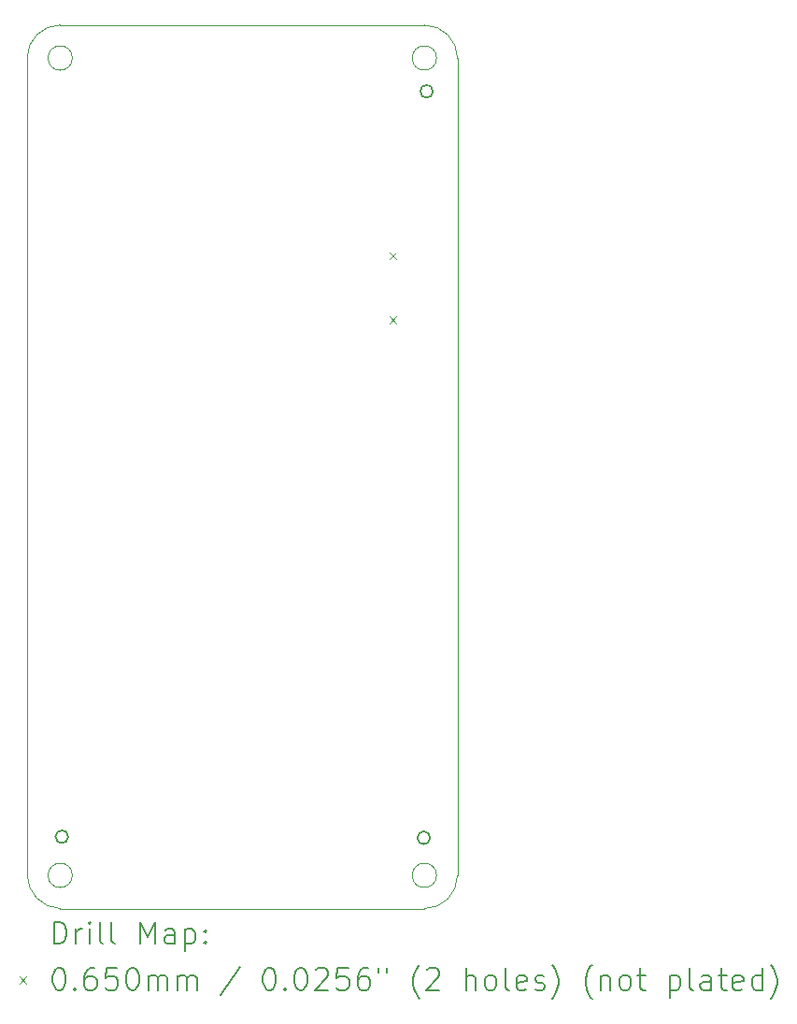
<source format=gbr>
%TF.GenerationSoftware,KiCad,Pcbnew,7.0.2-0*%
%TF.CreationDate,2023-10-14T20:17:38-05:00*%
%TF.ProjectId,Flight Computer,466c6967-6874-4204-936f-6d7075746572,1.1*%
%TF.SameCoordinates,Original*%
%TF.FileFunction,Drillmap*%
%TF.FilePolarity,Positive*%
%FSLAX45Y45*%
G04 Gerber Fmt 4.5, Leading zero omitted, Abs format (unit mm)*
G04 Created by KiCad (PCBNEW 7.0.2-0) date 2023-10-14 20:17:38*
%MOMM*%
%LPD*%
G01*
G04 APERTURE LIST*
%ADD10C,0.100000*%
%ADD11C,0.150000*%
%ADD12C,0.200000*%
%ADD13C,0.065000*%
G04 APERTURE END LIST*
D10*
X13690000Y-14050000D02*
G75*
G03*
X13690000Y-14050000I-110000J0D01*
G01*
X16990000Y-14050000D02*
G75*
G03*
X16990000Y-14050000I-110000J0D01*
G01*
X13690000Y-6650000D02*
G75*
G03*
X13690000Y-6650000I-110000J0D01*
G01*
X16990000Y-6650000D02*
G75*
G03*
X16990000Y-6650000I-110000J0D01*
G01*
X17180000Y-6651250D02*
G75*
G03*
X16880000Y-6351250I-300000J0D01*
G01*
X13580000Y-6351250D02*
G75*
G03*
X13280000Y-6651250I0J-300000D01*
G01*
D11*
X16957600Y-6951000D02*
G75*
G03*
X16957600Y-6951000I-57600J0D01*
G01*
D10*
X16880000Y-6351250D02*
X13580000Y-6351250D01*
X16880000Y-14351250D02*
G75*
G03*
X17180000Y-14051250I0J300000D01*
G01*
X13279764Y-14039118D02*
G75*
G03*
X13580000Y-14351250I312366J-2D01*
G01*
D11*
X13652600Y-13700000D02*
G75*
G03*
X13652600Y-13700000I-57600J0D01*
G01*
X16932600Y-13710000D02*
G75*
G03*
X16932600Y-13710000I-57600J0D01*
G01*
D10*
X13580000Y-14351250D02*
X16880000Y-14351250D01*
X17180000Y-14051250D02*
X17180000Y-6651250D01*
X13280000Y-6651250D02*
X13280000Y-14039118D01*
D12*
D13*
X16563500Y-8408750D02*
X16628500Y-8473750D01*
X16628500Y-8408750D02*
X16563500Y-8473750D01*
X16563500Y-8986750D02*
X16628500Y-9051750D01*
X16628500Y-8986750D02*
X16563500Y-9051750D01*
D12*
X13522383Y-14668774D02*
X13522383Y-14468774D01*
X13522383Y-14468774D02*
X13570002Y-14468774D01*
X13570002Y-14468774D02*
X13598574Y-14478298D01*
X13598574Y-14478298D02*
X13617621Y-14497345D01*
X13617621Y-14497345D02*
X13627145Y-14516393D01*
X13627145Y-14516393D02*
X13636669Y-14554488D01*
X13636669Y-14554488D02*
X13636669Y-14583059D01*
X13636669Y-14583059D02*
X13627145Y-14621155D01*
X13627145Y-14621155D02*
X13617621Y-14640202D01*
X13617621Y-14640202D02*
X13598574Y-14659250D01*
X13598574Y-14659250D02*
X13570002Y-14668774D01*
X13570002Y-14668774D02*
X13522383Y-14668774D01*
X13722383Y-14668774D02*
X13722383Y-14535440D01*
X13722383Y-14573536D02*
X13731907Y-14554488D01*
X13731907Y-14554488D02*
X13741431Y-14544964D01*
X13741431Y-14544964D02*
X13760479Y-14535440D01*
X13760479Y-14535440D02*
X13779526Y-14535440D01*
X13846193Y-14668774D02*
X13846193Y-14535440D01*
X13846193Y-14468774D02*
X13836669Y-14478298D01*
X13836669Y-14478298D02*
X13846193Y-14487821D01*
X13846193Y-14487821D02*
X13855717Y-14478298D01*
X13855717Y-14478298D02*
X13846193Y-14468774D01*
X13846193Y-14468774D02*
X13846193Y-14487821D01*
X13970002Y-14668774D02*
X13950955Y-14659250D01*
X13950955Y-14659250D02*
X13941431Y-14640202D01*
X13941431Y-14640202D02*
X13941431Y-14468774D01*
X14074764Y-14668774D02*
X14055717Y-14659250D01*
X14055717Y-14659250D02*
X14046193Y-14640202D01*
X14046193Y-14640202D02*
X14046193Y-14468774D01*
X14303336Y-14668774D02*
X14303336Y-14468774D01*
X14303336Y-14468774D02*
X14370002Y-14611631D01*
X14370002Y-14611631D02*
X14436669Y-14468774D01*
X14436669Y-14468774D02*
X14436669Y-14668774D01*
X14617621Y-14668774D02*
X14617621Y-14564012D01*
X14617621Y-14564012D02*
X14608098Y-14544964D01*
X14608098Y-14544964D02*
X14589050Y-14535440D01*
X14589050Y-14535440D02*
X14550955Y-14535440D01*
X14550955Y-14535440D02*
X14531907Y-14544964D01*
X14617621Y-14659250D02*
X14598574Y-14668774D01*
X14598574Y-14668774D02*
X14550955Y-14668774D01*
X14550955Y-14668774D02*
X14531907Y-14659250D01*
X14531907Y-14659250D02*
X14522383Y-14640202D01*
X14522383Y-14640202D02*
X14522383Y-14621155D01*
X14522383Y-14621155D02*
X14531907Y-14602107D01*
X14531907Y-14602107D02*
X14550955Y-14592583D01*
X14550955Y-14592583D02*
X14598574Y-14592583D01*
X14598574Y-14592583D02*
X14617621Y-14583059D01*
X14712860Y-14535440D02*
X14712860Y-14735440D01*
X14712860Y-14544964D02*
X14731907Y-14535440D01*
X14731907Y-14535440D02*
X14770002Y-14535440D01*
X14770002Y-14535440D02*
X14789050Y-14544964D01*
X14789050Y-14544964D02*
X14798574Y-14554488D01*
X14798574Y-14554488D02*
X14808098Y-14573536D01*
X14808098Y-14573536D02*
X14808098Y-14630678D01*
X14808098Y-14630678D02*
X14798574Y-14649726D01*
X14798574Y-14649726D02*
X14789050Y-14659250D01*
X14789050Y-14659250D02*
X14770002Y-14668774D01*
X14770002Y-14668774D02*
X14731907Y-14668774D01*
X14731907Y-14668774D02*
X14712860Y-14659250D01*
X14893812Y-14649726D02*
X14903336Y-14659250D01*
X14903336Y-14659250D02*
X14893812Y-14668774D01*
X14893812Y-14668774D02*
X14884288Y-14659250D01*
X14884288Y-14659250D02*
X14893812Y-14649726D01*
X14893812Y-14649726D02*
X14893812Y-14668774D01*
X14893812Y-14544964D02*
X14903336Y-14554488D01*
X14903336Y-14554488D02*
X14893812Y-14564012D01*
X14893812Y-14564012D02*
X14884288Y-14554488D01*
X14884288Y-14554488D02*
X14893812Y-14544964D01*
X14893812Y-14544964D02*
X14893812Y-14564012D01*
D13*
X13209764Y-14963750D02*
X13274764Y-15028750D01*
X13274764Y-14963750D02*
X13209764Y-15028750D01*
D12*
X13560479Y-14888774D02*
X13579526Y-14888774D01*
X13579526Y-14888774D02*
X13598574Y-14898298D01*
X13598574Y-14898298D02*
X13608098Y-14907821D01*
X13608098Y-14907821D02*
X13617621Y-14926869D01*
X13617621Y-14926869D02*
X13627145Y-14964964D01*
X13627145Y-14964964D02*
X13627145Y-15012583D01*
X13627145Y-15012583D02*
X13617621Y-15050678D01*
X13617621Y-15050678D02*
X13608098Y-15069726D01*
X13608098Y-15069726D02*
X13598574Y-15079250D01*
X13598574Y-15079250D02*
X13579526Y-15088774D01*
X13579526Y-15088774D02*
X13560479Y-15088774D01*
X13560479Y-15088774D02*
X13541431Y-15079250D01*
X13541431Y-15079250D02*
X13531907Y-15069726D01*
X13531907Y-15069726D02*
X13522383Y-15050678D01*
X13522383Y-15050678D02*
X13512860Y-15012583D01*
X13512860Y-15012583D02*
X13512860Y-14964964D01*
X13512860Y-14964964D02*
X13522383Y-14926869D01*
X13522383Y-14926869D02*
X13531907Y-14907821D01*
X13531907Y-14907821D02*
X13541431Y-14898298D01*
X13541431Y-14898298D02*
X13560479Y-14888774D01*
X13712860Y-15069726D02*
X13722383Y-15079250D01*
X13722383Y-15079250D02*
X13712860Y-15088774D01*
X13712860Y-15088774D02*
X13703336Y-15079250D01*
X13703336Y-15079250D02*
X13712860Y-15069726D01*
X13712860Y-15069726D02*
X13712860Y-15088774D01*
X13893812Y-14888774D02*
X13855717Y-14888774D01*
X13855717Y-14888774D02*
X13836669Y-14898298D01*
X13836669Y-14898298D02*
X13827145Y-14907821D01*
X13827145Y-14907821D02*
X13808098Y-14936393D01*
X13808098Y-14936393D02*
X13798574Y-14974488D01*
X13798574Y-14974488D02*
X13798574Y-15050678D01*
X13798574Y-15050678D02*
X13808098Y-15069726D01*
X13808098Y-15069726D02*
X13817621Y-15079250D01*
X13817621Y-15079250D02*
X13836669Y-15088774D01*
X13836669Y-15088774D02*
X13874764Y-15088774D01*
X13874764Y-15088774D02*
X13893812Y-15079250D01*
X13893812Y-15079250D02*
X13903336Y-15069726D01*
X13903336Y-15069726D02*
X13912860Y-15050678D01*
X13912860Y-15050678D02*
X13912860Y-15003059D01*
X13912860Y-15003059D02*
X13903336Y-14984012D01*
X13903336Y-14984012D02*
X13893812Y-14974488D01*
X13893812Y-14974488D02*
X13874764Y-14964964D01*
X13874764Y-14964964D02*
X13836669Y-14964964D01*
X13836669Y-14964964D02*
X13817621Y-14974488D01*
X13817621Y-14974488D02*
X13808098Y-14984012D01*
X13808098Y-14984012D02*
X13798574Y-15003059D01*
X14093812Y-14888774D02*
X13998574Y-14888774D01*
X13998574Y-14888774D02*
X13989050Y-14984012D01*
X13989050Y-14984012D02*
X13998574Y-14974488D01*
X13998574Y-14974488D02*
X14017621Y-14964964D01*
X14017621Y-14964964D02*
X14065241Y-14964964D01*
X14065241Y-14964964D02*
X14084288Y-14974488D01*
X14084288Y-14974488D02*
X14093812Y-14984012D01*
X14093812Y-14984012D02*
X14103336Y-15003059D01*
X14103336Y-15003059D02*
X14103336Y-15050678D01*
X14103336Y-15050678D02*
X14093812Y-15069726D01*
X14093812Y-15069726D02*
X14084288Y-15079250D01*
X14084288Y-15079250D02*
X14065241Y-15088774D01*
X14065241Y-15088774D02*
X14017621Y-15088774D01*
X14017621Y-15088774D02*
X13998574Y-15079250D01*
X13998574Y-15079250D02*
X13989050Y-15069726D01*
X14227145Y-14888774D02*
X14246193Y-14888774D01*
X14246193Y-14888774D02*
X14265241Y-14898298D01*
X14265241Y-14898298D02*
X14274764Y-14907821D01*
X14274764Y-14907821D02*
X14284288Y-14926869D01*
X14284288Y-14926869D02*
X14293812Y-14964964D01*
X14293812Y-14964964D02*
X14293812Y-15012583D01*
X14293812Y-15012583D02*
X14284288Y-15050678D01*
X14284288Y-15050678D02*
X14274764Y-15069726D01*
X14274764Y-15069726D02*
X14265241Y-15079250D01*
X14265241Y-15079250D02*
X14246193Y-15088774D01*
X14246193Y-15088774D02*
X14227145Y-15088774D01*
X14227145Y-15088774D02*
X14208098Y-15079250D01*
X14208098Y-15079250D02*
X14198574Y-15069726D01*
X14198574Y-15069726D02*
X14189050Y-15050678D01*
X14189050Y-15050678D02*
X14179526Y-15012583D01*
X14179526Y-15012583D02*
X14179526Y-14964964D01*
X14179526Y-14964964D02*
X14189050Y-14926869D01*
X14189050Y-14926869D02*
X14198574Y-14907821D01*
X14198574Y-14907821D02*
X14208098Y-14898298D01*
X14208098Y-14898298D02*
X14227145Y-14888774D01*
X14379526Y-15088774D02*
X14379526Y-14955440D01*
X14379526Y-14974488D02*
X14389050Y-14964964D01*
X14389050Y-14964964D02*
X14408098Y-14955440D01*
X14408098Y-14955440D02*
X14436669Y-14955440D01*
X14436669Y-14955440D02*
X14455717Y-14964964D01*
X14455717Y-14964964D02*
X14465241Y-14984012D01*
X14465241Y-14984012D02*
X14465241Y-15088774D01*
X14465241Y-14984012D02*
X14474764Y-14964964D01*
X14474764Y-14964964D02*
X14493812Y-14955440D01*
X14493812Y-14955440D02*
X14522383Y-14955440D01*
X14522383Y-14955440D02*
X14541431Y-14964964D01*
X14541431Y-14964964D02*
X14550955Y-14984012D01*
X14550955Y-14984012D02*
X14550955Y-15088774D01*
X14646193Y-15088774D02*
X14646193Y-14955440D01*
X14646193Y-14974488D02*
X14655717Y-14964964D01*
X14655717Y-14964964D02*
X14674764Y-14955440D01*
X14674764Y-14955440D02*
X14703336Y-14955440D01*
X14703336Y-14955440D02*
X14722383Y-14964964D01*
X14722383Y-14964964D02*
X14731907Y-14984012D01*
X14731907Y-14984012D02*
X14731907Y-15088774D01*
X14731907Y-14984012D02*
X14741431Y-14964964D01*
X14741431Y-14964964D02*
X14760479Y-14955440D01*
X14760479Y-14955440D02*
X14789050Y-14955440D01*
X14789050Y-14955440D02*
X14808098Y-14964964D01*
X14808098Y-14964964D02*
X14817622Y-14984012D01*
X14817622Y-14984012D02*
X14817622Y-15088774D01*
X15208098Y-14879250D02*
X15036669Y-15136393D01*
X15465241Y-14888774D02*
X15484288Y-14888774D01*
X15484288Y-14888774D02*
X15503336Y-14898298D01*
X15503336Y-14898298D02*
X15512860Y-14907821D01*
X15512860Y-14907821D02*
X15522384Y-14926869D01*
X15522384Y-14926869D02*
X15531907Y-14964964D01*
X15531907Y-14964964D02*
X15531907Y-15012583D01*
X15531907Y-15012583D02*
X15522384Y-15050678D01*
X15522384Y-15050678D02*
X15512860Y-15069726D01*
X15512860Y-15069726D02*
X15503336Y-15079250D01*
X15503336Y-15079250D02*
X15484288Y-15088774D01*
X15484288Y-15088774D02*
X15465241Y-15088774D01*
X15465241Y-15088774D02*
X15446193Y-15079250D01*
X15446193Y-15079250D02*
X15436669Y-15069726D01*
X15436669Y-15069726D02*
X15427145Y-15050678D01*
X15427145Y-15050678D02*
X15417622Y-15012583D01*
X15417622Y-15012583D02*
X15417622Y-14964964D01*
X15417622Y-14964964D02*
X15427145Y-14926869D01*
X15427145Y-14926869D02*
X15436669Y-14907821D01*
X15436669Y-14907821D02*
X15446193Y-14898298D01*
X15446193Y-14898298D02*
X15465241Y-14888774D01*
X15617622Y-15069726D02*
X15627145Y-15079250D01*
X15627145Y-15079250D02*
X15617622Y-15088774D01*
X15617622Y-15088774D02*
X15608098Y-15079250D01*
X15608098Y-15079250D02*
X15617622Y-15069726D01*
X15617622Y-15069726D02*
X15617622Y-15088774D01*
X15750955Y-14888774D02*
X15770003Y-14888774D01*
X15770003Y-14888774D02*
X15789050Y-14898298D01*
X15789050Y-14898298D02*
X15798574Y-14907821D01*
X15798574Y-14907821D02*
X15808098Y-14926869D01*
X15808098Y-14926869D02*
X15817622Y-14964964D01*
X15817622Y-14964964D02*
X15817622Y-15012583D01*
X15817622Y-15012583D02*
X15808098Y-15050678D01*
X15808098Y-15050678D02*
X15798574Y-15069726D01*
X15798574Y-15069726D02*
X15789050Y-15079250D01*
X15789050Y-15079250D02*
X15770003Y-15088774D01*
X15770003Y-15088774D02*
X15750955Y-15088774D01*
X15750955Y-15088774D02*
X15731907Y-15079250D01*
X15731907Y-15079250D02*
X15722384Y-15069726D01*
X15722384Y-15069726D02*
X15712860Y-15050678D01*
X15712860Y-15050678D02*
X15703336Y-15012583D01*
X15703336Y-15012583D02*
X15703336Y-14964964D01*
X15703336Y-14964964D02*
X15712860Y-14926869D01*
X15712860Y-14926869D02*
X15722384Y-14907821D01*
X15722384Y-14907821D02*
X15731907Y-14898298D01*
X15731907Y-14898298D02*
X15750955Y-14888774D01*
X15893812Y-14907821D02*
X15903336Y-14898298D01*
X15903336Y-14898298D02*
X15922384Y-14888774D01*
X15922384Y-14888774D02*
X15970003Y-14888774D01*
X15970003Y-14888774D02*
X15989050Y-14898298D01*
X15989050Y-14898298D02*
X15998574Y-14907821D01*
X15998574Y-14907821D02*
X16008098Y-14926869D01*
X16008098Y-14926869D02*
X16008098Y-14945917D01*
X16008098Y-14945917D02*
X15998574Y-14974488D01*
X15998574Y-14974488D02*
X15884288Y-15088774D01*
X15884288Y-15088774D02*
X16008098Y-15088774D01*
X16189050Y-14888774D02*
X16093812Y-14888774D01*
X16093812Y-14888774D02*
X16084288Y-14984012D01*
X16084288Y-14984012D02*
X16093812Y-14974488D01*
X16093812Y-14974488D02*
X16112860Y-14964964D01*
X16112860Y-14964964D02*
X16160479Y-14964964D01*
X16160479Y-14964964D02*
X16179526Y-14974488D01*
X16179526Y-14974488D02*
X16189050Y-14984012D01*
X16189050Y-14984012D02*
X16198574Y-15003059D01*
X16198574Y-15003059D02*
X16198574Y-15050678D01*
X16198574Y-15050678D02*
X16189050Y-15069726D01*
X16189050Y-15069726D02*
X16179526Y-15079250D01*
X16179526Y-15079250D02*
X16160479Y-15088774D01*
X16160479Y-15088774D02*
X16112860Y-15088774D01*
X16112860Y-15088774D02*
X16093812Y-15079250D01*
X16093812Y-15079250D02*
X16084288Y-15069726D01*
X16370003Y-14888774D02*
X16331907Y-14888774D01*
X16331907Y-14888774D02*
X16312860Y-14898298D01*
X16312860Y-14898298D02*
X16303336Y-14907821D01*
X16303336Y-14907821D02*
X16284288Y-14936393D01*
X16284288Y-14936393D02*
X16274765Y-14974488D01*
X16274765Y-14974488D02*
X16274765Y-15050678D01*
X16274765Y-15050678D02*
X16284288Y-15069726D01*
X16284288Y-15069726D02*
X16293812Y-15079250D01*
X16293812Y-15079250D02*
X16312860Y-15088774D01*
X16312860Y-15088774D02*
X16350955Y-15088774D01*
X16350955Y-15088774D02*
X16370003Y-15079250D01*
X16370003Y-15079250D02*
X16379526Y-15069726D01*
X16379526Y-15069726D02*
X16389050Y-15050678D01*
X16389050Y-15050678D02*
X16389050Y-15003059D01*
X16389050Y-15003059D02*
X16379526Y-14984012D01*
X16379526Y-14984012D02*
X16370003Y-14974488D01*
X16370003Y-14974488D02*
X16350955Y-14964964D01*
X16350955Y-14964964D02*
X16312860Y-14964964D01*
X16312860Y-14964964D02*
X16293812Y-14974488D01*
X16293812Y-14974488D02*
X16284288Y-14984012D01*
X16284288Y-14984012D02*
X16274765Y-15003059D01*
X16465241Y-14888774D02*
X16465241Y-14926869D01*
X16541431Y-14888774D02*
X16541431Y-14926869D01*
X16836670Y-15164964D02*
X16827146Y-15155440D01*
X16827146Y-15155440D02*
X16808098Y-15126869D01*
X16808098Y-15126869D02*
X16798574Y-15107821D01*
X16798574Y-15107821D02*
X16789050Y-15079250D01*
X16789050Y-15079250D02*
X16779527Y-15031631D01*
X16779527Y-15031631D02*
X16779527Y-14993536D01*
X16779527Y-14993536D02*
X16789050Y-14945917D01*
X16789050Y-14945917D02*
X16798574Y-14917345D01*
X16798574Y-14917345D02*
X16808098Y-14898298D01*
X16808098Y-14898298D02*
X16827146Y-14869726D01*
X16827146Y-14869726D02*
X16836670Y-14860202D01*
X16903336Y-14907821D02*
X16912860Y-14898298D01*
X16912860Y-14898298D02*
X16931908Y-14888774D01*
X16931908Y-14888774D02*
X16979527Y-14888774D01*
X16979527Y-14888774D02*
X16998574Y-14898298D01*
X16998574Y-14898298D02*
X17008098Y-14907821D01*
X17008098Y-14907821D02*
X17017622Y-14926869D01*
X17017622Y-14926869D02*
X17017622Y-14945917D01*
X17017622Y-14945917D02*
X17008098Y-14974488D01*
X17008098Y-14974488D02*
X16893812Y-15088774D01*
X16893812Y-15088774D02*
X17017622Y-15088774D01*
X17255717Y-15088774D02*
X17255717Y-14888774D01*
X17341431Y-15088774D02*
X17341431Y-14984012D01*
X17341431Y-14984012D02*
X17331908Y-14964964D01*
X17331908Y-14964964D02*
X17312860Y-14955440D01*
X17312860Y-14955440D02*
X17284289Y-14955440D01*
X17284289Y-14955440D02*
X17265241Y-14964964D01*
X17265241Y-14964964D02*
X17255717Y-14974488D01*
X17465241Y-15088774D02*
X17446193Y-15079250D01*
X17446193Y-15079250D02*
X17436670Y-15069726D01*
X17436670Y-15069726D02*
X17427146Y-15050678D01*
X17427146Y-15050678D02*
X17427146Y-14993536D01*
X17427146Y-14993536D02*
X17436670Y-14974488D01*
X17436670Y-14974488D02*
X17446193Y-14964964D01*
X17446193Y-14964964D02*
X17465241Y-14955440D01*
X17465241Y-14955440D02*
X17493812Y-14955440D01*
X17493812Y-14955440D02*
X17512860Y-14964964D01*
X17512860Y-14964964D02*
X17522384Y-14974488D01*
X17522384Y-14974488D02*
X17531908Y-14993536D01*
X17531908Y-14993536D02*
X17531908Y-15050678D01*
X17531908Y-15050678D02*
X17522384Y-15069726D01*
X17522384Y-15069726D02*
X17512860Y-15079250D01*
X17512860Y-15079250D02*
X17493812Y-15088774D01*
X17493812Y-15088774D02*
X17465241Y-15088774D01*
X17646193Y-15088774D02*
X17627146Y-15079250D01*
X17627146Y-15079250D02*
X17617622Y-15060202D01*
X17617622Y-15060202D02*
X17617622Y-14888774D01*
X17798574Y-15079250D02*
X17779527Y-15088774D01*
X17779527Y-15088774D02*
X17741431Y-15088774D01*
X17741431Y-15088774D02*
X17722384Y-15079250D01*
X17722384Y-15079250D02*
X17712860Y-15060202D01*
X17712860Y-15060202D02*
X17712860Y-14984012D01*
X17712860Y-14984012D02*
X17722384Y-14964964D01*
X17722384Y-14964964D02*
X17741431Y-14955440D01*
X17741431Y-14955440D02*
X17779527Y-14955440D01*
X17779527Y-14955440D02*
X17798574Y-14964964D01*
X17798574Y-14964964D02*
X17808098Y-14984012D01*
X17808098Y-14984012D02*
X17808098Y-15003059D01*
X17808098Y-15003059D02*
X17712860Y-15022107D01*
X17884289Y-15079250D02*
X17903336Y-15088774D01*
X17903336Y-15088774D02*
X17941431Y-15088774D01*
X17941431Y-15088774D02*
X17960479Y-15079250D01*
X17960479Y-15079250D02*
X17970003Y-15060202D01*
X17970003Y-15060202D02*
X17970003Y-15050678D01*
X17970003Y-15050678D02*
X17960479Y-15031631D01*
X17960479Y-15031631D02*
X17941431Y-15022107D01*
X17941431Y-15022107D02*
X17912860Y-15022107D01*
X17912860Y-15022107D02*
X17893812Y-15012583D01*
X17893812Y-15012583D02*
X17884289Y-14993536D01*
X17884289Y-14993536D02*
X17884289Y-14984012D01*
X17884289Y-14984012D02*
X17893812Y-14964964D01*
X17893812Y-14964964D02*
X17912860Y-14955440D01*
X17912860Y-14955440D02*
X17941431Y-14955440D01*
X17941431Y-14955440D02*
X17960479Y-14964964D01*
X18036670Y-15164964D02*
X18046193Y-15155440D01*
X18046193Y-15155440D02*
X18065241Y-15126869D01*
X18065241Y-15126869D02*
X18074765Y-15107821D01*
X18074765Y-15107821D02*
X18084289Y-15079250D01*
X18084289Y-15079250D02*
X18093812Y-15031631D01*
X18093812Y-15031631D02*
X18093812Y-14993536D01*
X18093812Y-14993536D02*
X18084289Y-14945917D01*
X18084289Y-14945917D02*
X18074765Y-14917345D01*
X18074765Y-14917345D02*
X18065241Y-14898298D01*
X18065241Y-14898298D02*
X18046193Y-14869726D01*
X18046193Y-14869726D02*
X18036670Y-14860202D01*
X18398574Y-15164964D02*
X18389051Y-15155440D01*
X18389051Y-15155440D02*
X18370003Y-15126869D01*
X18370003Y-15126869D02*
X18360479Y-15107821D01*
X18360479Y-15107821D02*
X18350955Y-15079250D01*
X18350955Y-15079250D02*
X18341432Y-15031631D01*
X18341432Y-15031631D02*
X18341432Y-14993536D01*
X18341432Y-14993536D02*
X18350955Y-14945917D01*
X18350955Y-14945917D02*
X18360479Y-14917345D01*
X18360479Y-14917345D02*
X18370003Y-14898298D01*
X18370003Y-14898298D02*
X18389051Y-14869726D01*
X18389051Y-14869726D02*
X18398574Y-14860202D01*
X18474765Y-14955440D02*
X18474765Y-15088774D01*
X18474765Y-14974488D02*
X18484289Y-14964964D01*
X18484289Y-14964964D02*
X18503336Y-14955440D01*
X18503336Y-14955440D02*
X18531908Y-14955440D01*
X18531908Y-14955440D02*
X18550955Y-14964964D01*
X18550955Y-14964964D02*
X18560479Y-14984012D01*
X18560479Y-14984012D02*
X18560479Y-15088774D01*
X18684289Y-15088774D02*
X18665241Y-15079250D01*
X18665241Y-15079250D02*
X18655717Y-15069726D01*
X18655717Y-15069726D02*
X18646193Y-15050678D01*
X18646193Y-15050678D02*
X18646193Y-14993536D01*
X18646193Y-14993536D02*
X18655717Y-14974488D01*
X18655717Y-14974488D02*
X18665241Y-14964964D01*
X18665241Y-14964964D02*
X18684289Y-14955440D01*
X18684289Y-14955440D02*
X18712860Y-14955440D01*
X18712860Y-14955440D02*
X18731908Y-14964964D01*
X18731908Y-14964964D02*
X18741432Y-14974488D01*
X18741432Y-14974488D02*
X18750955Y-14993536D01*
X18750955Y-14993536D02*
X18750955Y-15050678D01*
X18750955Y-15050678D02*
X18741432Y-15069726D01*
X18741432Y-15069726D02*
X18731908Y-15079250D01*
X18731908Y-15079250D02*
X18712860Y-15088774D01*
X18712860Y-15088774D02*
X18684289Y-15088774D01*
X18808098Y-14955440D02*
X18884289Y-14955440D01*
X18836670Y-14888774D02*
X18836670Y-15060202D01*
X18836670Y-15060202D02*
X18846193Y-15079250D01*
X18846193Y-15079250D02*
X18865241Y-15088774D01*
X18865241Y-15088774D02*
X18884289Y-15088774D01*
X19103336Y-14955440D02*
X19103336Y-15155440D01*
X19103336Y-14964964D02*
X19122384Y-14955440D01*
X19122384Y-14955440D02*
X19160479Y-14955440D01*
X19160479Y-14955440D02*
X19179527Y-14964964D01*
X19179527Y-14964964D02*
X19189051Y-14974488D01*
X19189051Y-14974488D02*
X19198574Y-14993536D01*
X19198574Y-14993536D02*
X19198574Y-15050678D01*
X19198574Y-15050678D02*
X19189051Y-15069726D01*
X19189051Y-15069726D02*
X19179527Y-15079250D01*
X19179527Y-15079250D02*
X19160479Y-15088774D01*
X19160479Y-15088774D02*
X19122384Y-15088774D01*
X19122384Y-15088774D02*
X19103336Y-15079250D01*
X19312860Y-15088774D02*
X19293813Y-15079250D01*
X19293813Y-15079250D02*
X19284289Y-15060202D01*
X19284289Y-15060202D02*
X19284289Y-14888774D01*
X19474765Y-15088774D02*
X19474765Y-14984012D01*
X19474765Y-14984012D02*
X19465241Y-14964964D01*
X19465241Y-14964964D02*
X19446194Y-14955440D01*
X19446194Y-14955440D02*
X19408098Y-14955440D01*
X19408098Y-14955440D02*
X19389051Y-14964964D01*
X19474765Y-15079250D02*
X19455717Y-15088774D01*
X19455717Y-15088774D02*
X19408098Y-15088774D01*
X19408098Y-15088774D02*
X19389051Y-15079250D01*
X19389051Y-15079250D02*
X19379527Y-15060202D01*
X19379527Y-15060202D02*
X19379527Y-15041155D01*
X19379527Y-15041155D02*
X19389051Y-15022107D01*
X19389051Y-15022107D02*
X19408098Y-15012583D01*
X19408098Y-15012583D02*
X19455717Y-15012583D01*
X19455717Y-15012583D02*
X19474765Y-15003059D01*
X19541432Y-14955440D02*
X19617622Y-14955440D01*
X19570003Y-14888774D02*
X19570003Y-15060202D01*
X19570003Y-15060202D02*
X19579527Y-15079250D01*
X19579527Y-15079250D02*
X19598574Y-15088774D01*
X19598574Y-15088774D02*
X19617622Y-15088774D01*
X19760479Y-15079250D02*
X19741432Y-15088774D01*
X19741432Y-15088774D02*
X19703336Y-15088774D01*
X19703336Y-15088774D02*
X19684289Y-15079250D01*
X19684289Y-15079250D02*
X19674765Y-15060202D01*
X19674765Y-15060202D02*
X19674765Y-14984012D01*
X19674765Y-14984012D02*
X19684289Y-14964964D01*
X19684289Y-14964964D02*
X19703336Y-14955440D01*
X19703336Y-14955440D02*
X19741432Y-14955440D01*
X19741432Y-14955440D02*
X19760479Y-14964964D01*
X19760479Y-14964964D02*
X19770003Y-14984012D01*
X19770003Y-14984012D02*
X19770003Y-15003059D01*
X19770003Y-15003059D02*
X19674765Y-15022107D01*
X19941432Y-15088774D02*
X19941432Y-14888774D01*
X19941432Y-15079250D02*
X19922384Y-15088774D01*
X19922384Y-15088774D02*
X19884289Y-15088774D01*
X19884289Y-15088774D02*
X19865241Y-15079250D01*
X19865241Y-15079250D02*
X19855717Y-15069726D01*
X19855717Y-15069726D02*
X19846194Y-15050678D01*
X19846194Y-15050678D02*
X19846194Y-14993536D01*
X19846194Y-14993536D02*
X19855717Y-14974488D01*
X19855717Y-14974488D02*
X19865241Y-14964964D01*
X19865241Y-14964964D02*
X19884289Y-14955440D01*
X19884289Y-14955440D02*
X19922384Y-14955440D01*
X19922384Y-14955440D02*
X19941432Y-14964964D01*
X20017622Y-15164964D02*
X20027146Y-15155440D01*
X20027146Y-15155440D02*
X20046194Y-15126869D01*
X20046194Y-15126869D02*
X20055717Y-15107821D01*
X20055717Y-15107821D02*
X20065241Y-15079250D01*
X20065241Y-15079250D02*
X20074765Y-15031631D01*
X20074765Y-15031631D02*
X20074765Y-14993536D01*
X20074765Y-14993536D02*
X20065241Y-14945917D01*
X20065241Y-14945917D02*
X20055717Y-14917345D01*
X20055717Y-14917345D02*
X20046194Y-14898298D01*
X20046194Y-14898298D02*
X20027146Y-14869726D01*
X20027146Y-14869726D02*
X20017622Y-14860202D01*
M02*

</source>
